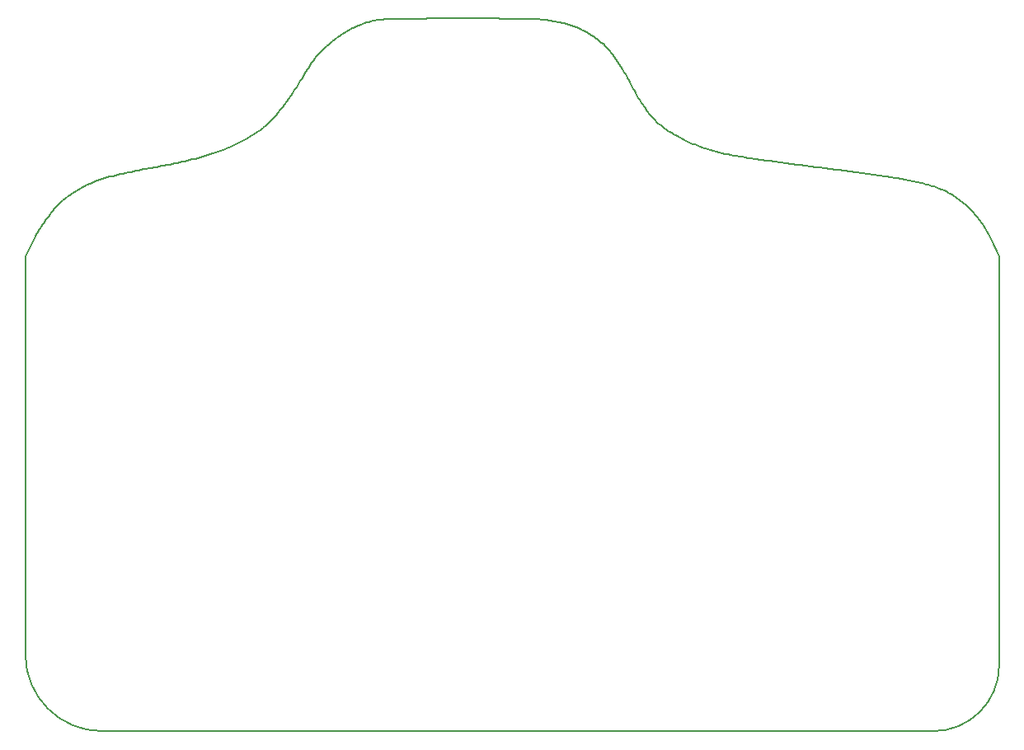
<source format=gm1>
G04 #@! TF.GenerationSoftware,KiCad,Pcbnew,5.1.8*
G04 #@! TF.CreationDate,2020-11-30T22:47:42+01:00*
G04 #@! TF.ProjectId,ml_dev_board,6d6c5f64-6576-45f6-926f-6172642e6b69,rev?*
G04 #@! TF.SameCoordinates,Original*
G04 #@! TF.FileFunction,Profile,NP*
%FSLAX46Y46*%
G04 Gerber Fmt 4.6, Leading zero omitted, Abs format (unit mm)*
G04 Created by KiCad (PCBNEW 5.1.8) date 2020-11-30 22:47:42*
%MOMM*%
%LPD*%
G01*
G04 APERTURE LIST*
G04 #@! TA.AperFunction,Profile*
%ADD10C,0.200000*%
G04 #@! TD*
G04 APERTURE END LIST*
D10*
X88202738Y-71845450D02*
X89207652Y-69832560D01*
X184364309Y-66276788D02*
X184543303Y-66423626D01*
X184543303Y-66423626D02*
X184719291Y-66573904D01*
X184719291Y-66573904D02*
X184892073Y-66727636D01*
X184892073Y-66727636D02*
X185061452Y-66884838D01*
X185061452Y-66884838D02*
X185227229Y-67045524D01*
X185227229Y-67045524D02*
X185389207Y-67209710D01*
X185389207Y-67209710D02*
X185547186Y-67377411D01*
X185547186Y-67377411D02*
X185700970Y-67548643D01*
X185700970Y-67548643D02*
X185850360Y-67723419D01*
X185850360Y-67723419D02*
X185995157Y-67901756D01*
X185995157Y-67901756D02*
X186089040Y-68022633D01*
X187384320Y-70099780D02*
X188202750Y-71845450D01*
X89207652Y-69832560D02*
X89338822Y-69621108D01*
X89338822Y-69621108D02*
X89470314Y-69409939D01*
X89470314Y-69409939D02*
X89602446Y-69199335D01*
X89602446Y-69199335D02*
X89735541Y-68989576D01*
X89735541Y-68989576D02*
X89869918Y-68780947D01*
X89869918Y-68780947D02*
X90005899Y-68573727D01*
X90005899Y-68573727D02*
X90143803Y-68368201D01*
X90143803Y-68368201D02*
X90283953Y-68164649D01*
X90283953Y-68164649D02*
X90426667Y-67963354D01*
X90426667Y-67963354D02*
X90572268Y-67764598D01*
X90572268Y-67764598D02*
X90721075Y-67568664D01*
X90721075Y-67568664D02*
X90873409Y-67375832D01*
X90873409Y-67375832D02*
X91029591Y-67186386D01*
X91029591Y-67186386D02*
X91189942Y-67000608D01*
X91189942Y-67000608D02*
X91354782Y-66818779D01*
X91354782Y-66818779D02*
X91524433Y-66641182D01*
X96093856Y-120650000D02*
G75*
G02*
X88202738Y-112758882I0J7891118D01*
G01*
X88202738Y-112758882D02*
X88202738Y-71845450D01*
X188202750Y-71845450D02*
X188202750Y-113880310D01*
X188202750Y-113880310D02*
G75*
G02*
X181433060Y-120650000I-6769690J0D01*
G01*
X96093856Y-120650000D02*
X181433060Y-120650000D01*
X124071161Y-47650936D02*
X124332217Y-47604661D01*
X124332217Y-47604661D02*
X124594563Y-47566801D01*
X124594563Y-47566801D02*
X124858045Y-47536477D01*
X124858045Y-47536477D02*
X125122511Y-47512812D01*
X125122511Y-47512812D02*
X125387809Y-47494929D01*
X125387809Y-47494929D02*
X125653786Y-47481949D01*
X125653786Y-47481949D02*
X125920289Y-47472995D01*
X125920289Y-47472995D02*
X126187166Y-47467189D01*
X126187166Y-47467189D02*
X126454264Y-47463653D01*
X126454264Y-47463653D02*
X126721430Y-47461510D01*
X126721430Y-47461510D02*
X126899504Y-47460422D01*
X91524433Y-66641182D02*
X91701040Y-66466207D01*
X91701040Y-66466207D02*
X91882667Y-66295865D01*
X91882667Y-66295865D02*
X92069090Y-66130179D01*
X92069090Y-66130179D02*
X92260086Y-65969168D01*
X92260086Y-65969168D02*
X92455432Y-65812855D01*
X92455432Y-65812855D02*
X92654904Y-65661260D01*
X92654904Y-65661260D02*
X92858280Y-65514406D01*
X92858280Y-65514406D02*
X93065337Y-65372313D01*
X93065337Y-65372313D02*
X93275851Y-65235003D01*
X93275851Y-65235003D02*
X93489600Y-65102497D01*
X93489600Y-65102497D02*
X93706359Y-64974816D01*
X93706359Y-64974816D02*
X93925907Y-64851982D01*
X93925907Y-64851982D02*
X94148020Y-64734017D01*
X94148020Y-64734017D02*
X94372476Y-64620941D01*
X94372476Y-64620941D02*
X94599050Y-64512775D01*
X94599050Y-64512775D02*
X94827520Y-64409543D01*
X120107120Y-49475522D02*
X120313676Y-49326337D01*
X120313676Y-49326337D02*
X120523280Y-49181704D01*
X120523280Y-49181704D02*
X120735887Y-49041764D01*
X120735887Y-49041764D02*
X120951453Y-48906663D01*
X120951453Y-48906663D02*
X121169936Y-48776542D01*
X121169936Y-48776542D02*
X121391290Y-48651546D01*
X121391290Y-48651546D02*
X121615472Y-48531817D01*
X121615472Y-48531817D02*
X121842438Y-48417498D01*
X121842438Y-48417498D02*
X122072145Y-48308734D01*
X122072145Y-48308734D02*
X122304549Y-48205666D01*
X122304549Y-48205666D02*
X122460962Y-48140191D01*
X116431178Y-53867130D02*
X116576531Y-53630063D01*
X116576531Y-53630063D02*
X116721520Y-53393267D01*
X116721520Y-53393267D02*
X116866816Y-53157176D01*
X116866816Y-53157176D02*
X117013092Y-52922222D01*
X117013092Y-52922222D02*
X117161023Y-52688840D01*
X117161023Y-52688840D02*
X117311281Y-52457463D01*
X117311281Y-52457463D02*
X117464539Y-52228523D01*
X117464539Y-52228523D02*
X117621470Y-52002456D01*
X117621470Y-52002456D02*
X117782747Y-51779694D01*
X117782747Y-51779694D02*
X117949045Y-51560670D01*
X117949045Y-51560670D02*
X118063031Y-51416946D01*
X112919173Y-58386217D02*
X113181951Y-58146912D01*
X113181951Y-58146912D02*
X113437141Y-57899382D01*
X113437141Y-57899382D02*
X113685132Y-57644156D01*
X113685132Y-57644156D02*
X113926314Y-57381764D01*
X113926314Y-57381764D02*
X114161076Y-57112737D01*
X114161076Y-57112737D02*
X114389808Y-56837604D01*
X114389808Y-56837604D02*
X114612899Y-56556897D01*
X114612899Y-56556897D02*
X114830740Y-56271144D01*
X114830740Y-56271144D02*
X115043719Y-55980877D01*
X115043719Y-55980877D02*
X115252226Y-55686625D01*
X115252226Y-55686625D02*
X115456650Y-55388919D01*
X115456650Y-55388919D02*
X115657383Y-55088289D01*
X115657383Y-55088289D02*
X115854812Y-54785264D01*
X115854812Y-54785264D02*
X116049328Y-54480376D01*
X116049328Y-54480376D02*
X116241320Y-54174155D01*
X116241320Y-54174155D02*
X116431178Y-53867130D01*
X107445659Y-61320571D02*
X107817410Y-61194773D01*
X107817410Y-61194773D02*
X108187664Y-61062483D01*
X108187664Y-61062483D02*
X108555894Y-60923446D01*
X108555894Y-60923446D02*
X108921574Y-60777409D01*
X108921574Y-60777409D02*
X109284176Y-60624116D01*
X109284176Y-60624116D02*
X109643176Y-60463312D01*
X109643176Y-60463312D02*
X109998045Y-60294744D01*
X109998045Y-60294744D02*
X110348259Y-60118157D01*
X110348259Y-60118157D02*
X110693290Y-59933295D01*
X110693290Y-59933295D02*
X111032612Y-59739906D01*
X111032612Y-59739906D02*
X111365698Y-59537733D01*
X111365698Y-59537733D02*
X111692022Y-59326523D01*
X111692022Y-59326523D02*
X112011058Y-59106021D01*
X112011058Y-59106021D02*
X112322280Y-58875972D01*
X112322280Y-58875972D02*
X112625160Y-58636122D01*
X112625160Y-58636122D02*
X112919173Y-58386217D01*
X133031996Y-47428140D02*
X133396709Y-47428038D01*
X133396709Y-47428038D02*
X133761488Y-47428289D01*
X133761488Y-47428289D02*
X134126334Y-47428888D01*
X134126334Y-47428888D02*
X134491252Y-47429827D01*
X134491252Y-47429827D02*
X134856245Y-47431101D01*
X134856245Y-47431101D02*
X135221317Y-47432702D01*
X135221317Y-47432702D02*
X135586471Y-47434625D01*
X135586471Y-47434625D02*
X135951712Y-47436863D01*
X135951712Y-47436863D02*
X136317042Y-47439410D01*
X136317042Y-47439410D02*
X136682465Y-47442259D01*
X136682465Y-47442259D02*
X137047986Y-47445403D01*
X137047986Y-47445403D02*
X137413607Y-47448838D01*
X137413607Y-47448838D02*
X137779332Y-47452555D01*
X137779332Y-47452555D02*
X138145165Y-47456549D01*
X138145165Y-47456549D02*
X138511109Y-47460813D01*
X138511109Y-47460813D02*
X138877169Y-47465342D01*
X146344665Y-49148397D02*
X146554353Y-49286545D01*
X146554353Y-49286545D02*
X146759846Y-49431117D01*
X146759846Y-49431117D02*
X146961001Y-49581879D01*
X146961001Y-49581879D02*
X147157673Y-49738600D01*
X147157673Y-49738600D02*
X147349717Y-49901046D01*
X147349717Y-49901046D02*
X147536988Y-50068984D01*
X147536988Y-50068984D02*
X147719343Y-50242181D01*
X147719343Y-50242181D02*
X147896637Y-50420406D01*
X147896637Y-50420406D02*
X148068725Y-50603424D01*
X148068725Y-50603424D02*
X148235463Y-50791004D01*
X148235463Y-50791004D02*
X148343578Y-50918477D01*
X122460962Y-48140191D02*
X122657105Y-48062466D01*
X122657105Y-48062466D02*
X122854940Y-47989039D01*
X122854940Y-47989039D02*
X123054353Y-47920129D01*
X123054353Y-47920129D02*
X123255233Y-47855952D01*
X123255233Y-47855952D02*
X123457466Y-47796727D01*
X123457466Y-47796727D02*
X123660940Y-47742670D01*
X123660940Y-47742670D02*
X123865542Y-47694001D01*
X123865542Y-47694001D02*
X124071161Y-47650936D01*
X99033213Y-63194191D02*
X99297743Y-63141172D01*
X99297743Y-63141172D02*
X99562340Y-63089056D01*
X99562340Y-63089056D02*
X99826986Y-63037718D01*
X99826986Y-63037718D02*
X100091663Y-62987030D01*
X100091663Y-62987030D02*
X100356356Y-62936868D01*
X100356356Y-62936868D02*
X100621045Y-62887105D01*
X100621045Y-62887105D02*
X100885715Y-62837616D01*
X100885715Y-62837616D02*
X101150348Y-62788273D01*
X101150348Y-62788273D02*
X101414927Y-62738952D01*
X101414927Y-62738952D02*
X101679435Y-62689525D01*
X101679435Y-62689525D02*
X101943853Y-62639868D01*
X101943853Y-62639868D02*
X102208166Y-62589854D01*
X102208166Y-62589854D02*
X102472356Y-62539357D01*
X102472356Y-62539357D02*
X102736405Y-62488251D01*
X102736405Y-62488251D02*
X103000296Y-62436411D01*
X103000296Y-62436411D02*
X103264013Y-62383709D01*
X103264013Y-62383709D02*
X103527538Y-62330020D01*
X103527538Y-62330020D02*
X103790854Y-62275219D01*
X103790854Y-62275219D02*
X104053943Y-62219178D01*
X104053943Y-62219178D02*
X104316789Y-62161773D01*
X104316789Y-62161773D02*
X104579373Y-62102876D01*
X104579373Y-62102876D02*
X104841680Y-62042363D01*
X104841680Y-62042363D02*
X105103691Y-61980106D01*
X105103691Y-61980106D02*
X105365389Y-61915981D01*
X105365389Y-61915981D02*
X105626758Y-61849860D01*
X105626758Y-61849860D02*
X105887780Y-61781619D01*
X105887780Y-61781619D02*
X106148437Y-61711130D01*
X106148437Y-61711130D02*
X106408713Y-61638268D01*
X106408713Y-61638268D02*
X106668591Y-61562907D01*
X106668591Y-61562907D02*
X106928052Y-61484922D01*
X106928052Y-61484922D02*
X107187081Y-61404185D01*
X107187081Y-61404185D02*
X107445659Y-61320571D01*
X143742780Y-48008971D02*
X143998886Y-48085479D01*
X143998886Y-48085479D02*
X144253353Y-48167721D01*
X144253353Y-48167721D02*
X144505874Y-48255884D01*
X144505874Y-48255884D02*
X144756146Y-48350152D01*
X144756146Y-48350152D02*
X145003864Y-48450713D01*
X145003864Y-48450713D02*
X145248724Y-48557752D01*
X145248724Y-48557752D02*
X145490421Y-48671456D01*
X145490421Y-48671456D02*
X145728651Y-48792010D01*
X145728651Y-48792010D02*
X145963109Y-48919602D01*
X145963109Y-48919602D02*
X146193491Y-49054416D01*
X146193491Y-49054416D02*
X146344665Y-49148397D01*
X118063031Y-51416946D02*
X118231457Y-51213944D01*
X118231457Y-51213944D02*
X118405301Y-51015098D01*
X118405301Y-51015098D02*
X118584351Y-50820473D01*
X118584351Y-50820473D02*
X118768392Y-50630134D01*
X118768392Y-50630134D02*
X118957210Y-50444145D01*
X118957210Y-50444145D02*
X119150593Y-50262572D01*
X119150593Y-50262572D02*
X119348326Y-50085480D01*
X119348326Y-50085480D02*
X119550197Y-49912932D01*
X119550197Y-49912932D02*
X119755991Y-49744995D01*
X119755991Y-49744995D02*
X119965495Y-49581733D01*
X119965495Y-49581733D02*
X120107120Y-49475522D01*
X141943038Y-47631616D02*
X142170335Y-47664454D01*
X142170335Y-47664454D02*
X142397100Y-47701372D01*
X142397100Y-47701372D02*
X142623264Y-47742376D01*
X142623264Y-47742376D02*
X142848762Y-47787475D01*
X142848762Y-47787475D02*
X143073529Y-47836676D01*
X143073529Y-47836676D02*
X143297498Y-47889987D01*
X143297498Y-47889987D02*
X143520604Y-47947416D01*
X143520604Y-47947416D02*
X143742780Y-48008971D01*
X94827520Y-64409543D02*
X95080374Y-64301823D01*
X95080374Y-64301823D02*
X95335126Y-64199772D01*
X95335126Y-64199772D02*
X95591654Y-64103080D01*
X95591654Y-64103080D02*
X95849837Y-64011442D01*
X95849837Y-64011442D02*
X96109554Y-63924550D01*
X96109554Y-63924550D02*
X96370686Y-63842098D01*
X96370686Y-63842098D02*
X96633110Y-63763778D01*
X96633110Y-63763778D02*
X96896708Y-63689283D01*
X96896708Y-63689283D02*
X97161357Y-63618306D01*
X97161357Y-63618306D02*
X97426937Y-63550540D01*
X97426937Y-63550540D02*
X97693327Y-63485679D01*
X97693327Y-63485679D02*
X97960408Y-63423415D01*
X97960408Y-63423415D02*
X98228057Y-63363441D01*
X98228057Y-63363441D02*
X98496155Y-63305450D01*
X98496155Y-63305450D02*
X98764580Y-63249136D01*
X98764580Y-63249136D02*
X99033213Y-63194191D01*
X138877169Y-47465342D02*
X139165661Y-47469189D01*
X139165661Y-47469189D02*
X139454151Y-47473779D01*
X139454151Y-47473779D02*
X139742563Y-47479697D01*
X139742563Y-47479697D02*
X140030822Y-47487525D01*
X140030822Y-47487525D02*
X140318852Y-47497847D01*
X140318852Y-47497847D02*
X140606577Y-47511246D01*
X140606577Y-47511246D02*
X140893921Y-47528307D01*
X140893921Y-47528307D02*
X141180809Y-47549612D01*
X141180809Y-47549612D02*
X141467165Y-47575746D01*
X141467165Y-47575746D02*
X141752914Y-47607291D01*
X141752914Y-47607291D02*
X141943038Y-47631616D01*
X126899504Y-47460422D02*
X127284479Y-47458059D01*
X127284479Y-47458059D02*
X127669096Y-47455585D01*
X127669096Y-47455585D02*
X128053383Y-47453032D01*
X128053383Y-47453032D02*
X128437369Y-47450435D01*
X128437369Y-47450435D02*
X128821081Y-47447827D01*
X128821081Y-47447827D02*
X129204549Y-47445243D01*
X129204549Y-47445243D02*
X129587801Y-47442716D01*
X129587801Y-47442716D02*
X129970864Y-47440280D01*
X129970864Y-47440280D02*
X130353767Y-47437969D01*
X130353767Y-47437969D02*
X130736539Y-47435817D01*
X130736539Y-47435817D02*
X131119208Y-47433858D01*
X131119208Y-47433858D02*
X131501802Y-47432125D01*
X131501802Y-47432125D02*
X131884349Y-47430653D01*
X131884349Y-47430653D02*
X132266878Y-47429476D01*
X132266878Y-47429476D02*
X132649418Y-47428626D01*
X132649418Y-47428626D02*
X133031996Y-47428140D01*
X172130600Y-63050701D02*
X172433288Y-63089418D01*
X172433288Y-63089418D02*
X172736002Y-63128281D01*
X172736002Y-63128281D02*
X173038724Y-63167350D01*
X173038724Y-63167350D02*
X173341438Y-63206689D01*
X173341438Y-63206689D02*
X173644128Y-63246360D01*
X173644128Y-63246360D02*
X173946778Y-63286425D01*
X173946778Y-63286425D02*
X174249372Y-63326945D01*
X174249372Y-63326945D02*
X174551894Y-63367985D01*
X174551894Y-63367985D02*
X174854326Y-63409605D01*
X174854326Y-63409605D02*
X175156654Y-63451868D01*
X175156654Y-63451868D02*
X175458861Y-63494837D01*
X175458861Y-63494837D02*
X175760931Y-63538573D01*
X175760931Y-63538573D02*
X176062848Y-63583140D01*
X176062848Y-63583140D02*
X176364596Y-63628598D01*
X176364596Y-63628598D02*
X176666157Y-63675012D01*
X176666157Y-63675012D02*
X176967518Y-63722442D01*
X180309771Y-64368166D02*
X180508051Y-64416751D01*
X180508051Y-64416751D02*
X180705951Y-64467104D01*
X180705951Y-64467104D02*
X180903274Y-64519579D01*
X180903274Y-64519579D02*
X181099824Y-64574528D01*
X181099824Y-64574528D02*
X181295406Y-64632303D01*
X181295406Y-64632303D02*
X181489824Y-64693258D01*
X181489824Y-64693258D02*
X181682882Y-64757745D01*
X181682882Y-64757745D02*
X181874385Y-64826118D01*
X181874385Y-64826118D02*
X182064138Y-64898728D01*
X182064138Y-64898728D02*
X182251943Y-64975929D01*
X182251943Y-64975929D02*
X182375969Y-65030121D01*
X176967518Y-63722442D02*
X177177460Y-63756145D01*
X177177460Y-63756145D02*
X177387291Y-63790438D01*
X177387291Y-63790438D02*
X177597004Y-63825382D01*
X177597004Y-63825382D02*
X177806592Y-63861043D01*
X177806592Y-63861043D02*
X178016051Y-63897485D01*
X178016051Y-63897485D02*
X178225373Y-63934771D01*
X178225373Y-63934771D02*
X178434554Y-63972966D01*
X178434554Y-63972966D02*
X178643585Y-64012133D01*
X178643585Y-64012133D02*
X178852463Y-64052337D01*
X178852463Y-64052337D02*
X179061180Y-64093641D01*
X179061180Y-64093641D02*
X179269730Y-64136110D01*
X179269730Y-64136110D02*
X179478108Y-64179808D01*
X179478108Y-64179808D02*
X179686307Y-64224798D01*
X179686307Y-64224798D02*
X179894321Y-64271145D01*
X179894321Y-64271145D02*
X180102144Y-64318913D01*
X180102144Y-64318913D02*
X180309771Y-64368166D01*
X153308975Y-58300152D02*
X153479026Y-58443506D01*
X153479026Y-58443506D02*
X153653168Y-58581907D01*
X153653168Y-58581907D02*
X153831095Y-58715620D01*
X153831095Y-58715620D02*
X154012505Y-58844909D01*
X154012505Y-58844909D02*
X154197093Y-58970039D01*
X154197093Y-58970039D02*
X154384556Y-59091274D01*
X154384556Y-59091274D02*
X154574591Y-59208879D01*
X154574591Y-59208879D02*
X154766894Y-59323120D01*
X154766894Y-59323120D02*
X154961161Y-59434259D01*
X154961161Y-59434259D02*
X155157088Y-59542563D01*
X155157088Y-59542563D02*
X155288480Y-59613321D01*
X155288480Y-59613321D02*
X155468886Y-59708274D01*
X155468886Y-59708274D02*
X155650234Y-59801213D01*
X155650234Y-59801213D02*
X155832510Y-59892109D01*
X155832510Y-59892109D02*
X156015698Y-59980936D01*
X156015698Y-59980936D02*
X156199781Y-60067667D01*
X156199781Y-60067667D02*
X156384744Y-60152273D01*
X156384744Y-60152273D02*
X156570572Y-60234729D01*
X156570572Y-60234729D02*
X156757249Y-60315006D01*
X156757249Y-60315006D02*
X156944759Y-60393078D01*
X156944759Y-60393078D02*
X157133086Y-60468918D01*
X157133086Y-60468918D02*
X157322215Y-60542497D01*
X157322215Y-60542497D02*
X157512131Y-60613790D01*
X157512131Y-60613790D02*
X157702817Y-60682768D01*
X157702817Y-60682768D02*
X157894259Y-60749405D01*
X157894259Y-60749405D02*
X158086439Y-60813674D01*
X158086439Y-60813674D02*
X158279344Y-60875547D01*
X150062710Y-53605411D02*
X150161877Y-53788776D01*
X150161877Y-53788776D02*
X150260716Y-53972195D01*
X150260716Y-53972195D02*
X150359439Y-54155557D01*
X150359439Y-54155557D02*
X150458260Y-54338752D01*
X150458260Y-54338752D02*
X150557390Y-54521669D01*
X150557390Y-54521669D02*
X150657043Y-54704197D01*
X150657043Y-54704197D02*
X150757431Y-54886228D01*
X150757431Y-54886228D02*
X150858768Y-55067650D01*
X150858768Y-55067650D02*
X150961267Y-55248353D01*
X150961267Y-55248353D02*
X151065139Y-55428228D01*
X151065139Y-55428228D02*
X151170599Y-55607162D01*
X151170599Y-55607162D02*
X151277859Y-55785048D01*
X151277859Y-55785048D02*
X151387131Y-55961773D01*
X151387131Y-55961773D02*
X151498629Y-56137228D01*
X151498629Y-56137228D02*
X151612566Y-56311302D01*
X151612566Y-56311302D02*
X151729154Y-56483886D01*
X182375969Y-65030121D02*
X182575069Y-65122869D01*
X182575069Y-65122869D02*
X182771519Y-65221403D01*
X182771519Y-65221403D02*
X182965326Y-65325446D01*
X182965326Y-65325446D02*
X183156500Y-65434725D01*
X183156500Y-65434725D02*
X183345048Y-65548965D01*
X183345048Y-65548965D02*
X183530980Y-65667892D01*
X183530980Y-65667892D02*
X183714303Y-65791231D01*
X183714303Y-65791231D02*
X183895026Y-65918708D01*
X183895026Y-65918708D02*
X184073158Y-66050048D01*
X184073158Y-66050048D02*
X184248707Y-66184977D01*
X184248707Y-66184977D02*
X184364309Y-66276788D01*
X163031121Y-61845354D02*
X163315830Y-61886647D01*
X163315830Y-61886647D02*
X163600489Y-61927561D01*
X163600489Y-61927561D02*
X163885101Y-61968110D01*
X163885101Y-61968110D02*
X164169667Y-62008307D01*
X164169667Y-62008307D02*
X164454191Y-62048168D01*
X164454191Y-62048168D02*
X164738676Y-62087708D01*
X164738676Y-62087708D02*
X165023124Y-62126940D01*
X165023124Y-62126940D02*
X165307539Y-62165880D01*
X165307539Y-62165880D02*
X165591922Y-62204542D01*
X165591922Y-62204542D02*
X165876278Y-62242941D01*
X165876278Y-62242941D02*
X166160607Y-62281091D01*
X166160607Y-62281091D02*
X166444914Y-62319008D01*
X166444914Y-62319008D02*
X166729202Y-62356705D01*
X166729202Y-62356705D02*
X167013472Y-62394197D01*
X167013472Y-62394197D02*
X167297728Y-62431499D01*
X167297728Y-62431499D02*
X167581972Y-62468625D01*
X167581972Y-62468625D02*
X167866208Y-62505591D01*
X167866208Y-62505591D02*
X168150438Y-62542410D01*
X168150438Y-62542410D02*
X168434665Y-62579098D01*
X168434665Y-62579098D02*
X168718891Y-62615668D01*
X168718891Y-62615668D02*
X169003120Y-62652136D01*
X169003120Y-62652136D02*
X169287354Y-62688516D01*
X169287354Y-62688516D02*
X169571596Y-62724823D01*
X169571596Y-62724823D02*
X169855849Y-62761072D01*
X169855849Y-62761072D02*
X170140116Y-62797276D01*
X170140116Y-62797276D02*
X170424399Y-62833451D01*
X170424399Y-62833451D02*
X170708702Y-62869611D01*
X170708702Y-62869611D02*
X170993026Y-62905771D01*
X170993026Y-62905771D02*
X171277375Y-62941945D01*
X171277375Y-62941945D02*
X171561752Y-62978148D01*
X171561752Y-62978148D02*
X171846159Y-63014395D01*
X171846159Y-63014395D02*
X172130600Y-63050701D01*
X151729154Y-56483886D02*
X151858945Y-56669398D01*
X151858945Y-56669398D02*
X151992218Y-56852697D01*
X151992218Y-56852697D02*
X152129080Y-57033459D01*
X152129080Y-57033459D02*
X152269638Y-57211358D01*
X152269638Y-57211358D02*
X152413996Y-57386068D01*
X152413996Y-57386068D02*
X152562263Y-57557264D01*
X152562263Y-57557264D02*
X152714544Y-57724620D01*
X152714544Y-57724620D02*
X152870946Y-57887812D01*
X152870946Y-57887812D02*
X153031576Y-58046512D01*
X153031576Y-58046512D02*
X153196539Y-58200398D01*
X153196539Y-58200398D02*
X153308975Y-58300152D01*
X186089040Y-68022633D02*
X186225513Y-68206409D01*
X186225513Y-68206409D02*
X186357549Y-68393418D01*
X186357549Y-68393418D02*
X186485605Y-68583325D01*
X186485605Y-68583325D02*
X186610141Y-68775797D01*
X186610141Y-68775797D02*
X186731616Y-68970499D01*
X186731616Y-68970499D02*
X186850489Y-69167095D01*
X186850489Y-69167095D02*
X186967220Y-69365253D01*
X186967220Y-69365253D02*
X187082267Y-69564637D01*
X187082267Y-69564637D02*
X187196089Y-69764913D01*
X187196089Y-69764913D02*
X187309146Y-69965746D01*
X187309146Y-69965746D02*
X187384320Y-70099780D01*
X158279344Y-60875547D02*
X158568834Y-60963524D01*
X158568834Y-60963524D02*
X158859802Y-61046404D01*
X158859802Y-61046404D02*
X159152145Y-61124498D01*
X159152145Y-61124498D02*
X159445761Y-61198115D01*
X159445761Y-61198115D02*
X159740547Y-61267566D01*
X159740547Y-61267566D02*
X160036401Y-61333161D01*
X160036401Y-61333161D02*
X160333220Y-61395211D01*
X160333220Y-61395211D02*
X160630902Y-61454027D01*
X160630902Y-61454027D02*
X160929344Y-61509918D01*
X160929344Y-61509918D02*
X161228444Y-61563195D01*
X161228444Y-61563195D02*
X161528100Y-61614169D01*
X161528100Y-61614169D02*
X161828208Y-61663150D01*
X161828208Y-61663150D02*
X162128667Y-61710449D01*
X162128667Y-61710449D02*
X162429374Y-61756375D01*
X162429374Y-61756375D02*
X162730226Y-61801240D01*
X162730226Y-61801240D02*
X163031121Y-61845354D01*
X148343578Y-50918477D02*
X148531229Y-51151486D01*
X148531229Y-51151486D02*
X148711543Y-51389926D01*
X148711543Y-51389926D02*
X148885163Y-51633269D01*
X148885163Y-51633269D02*
X149052733Y-51880989D01*
X149052733Y-51880989D02*
X149214895Y-52132558D01*
X149214895Y-52132558D02*
X149372292Y-52387451D01*
X149372292Y-52387451D02*
X149525568Y-52645140D01*
X149525568Y-52645140D02*
X149625780Y-52818226D01*
X149625780Y-52818226D02*
X149724636Y-52992164D01*
X149724636Y-52992164D02*
X149822327Y-53166799D01*
X149822327Y-53166799D02*
X149919044Y-53341975D01*
X149919044Y-53341975D02*
X150014977Y-53517535D01*
X150014977Y-53517535D02*
X150062710Y-53605411D01*
M02*

</source>
